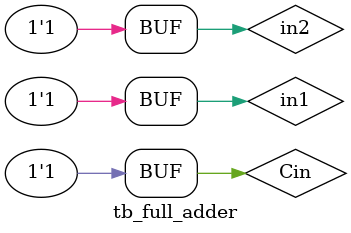
<source format=v>
`include "FA_Using_HA.v"
module tb_full_adder();
    reg in1, in2, Cin;
    wire Sum, Carry;
    
    full_adder DUT (Sum, Carry, in1, in2, Cin);
    
    initial begin
        #5;
        in1 = 0; in2 = 0; Cin = 0;
        #5;
        in1 = 0; in2 = 0; Cin = 1;
        #5;
        in1 = 0; in2 = 1; Cin = 0;
        #5;
        in1 = 0; in2 = 1; Cin = 1;
        #5;
        in1 = 1; in2 = 0; Cin = 0;
        #5;
        in1 = 1; in2 = 0; Cin = 1;
        #5;
        in1 = 1; in2 = 1; Cin = 0;
        #5;
        in1 = 1; in2 = 1; Cin = 1;
        #5;
    end
    
    always @(*) begin
        $display("Sum = %0d, Carry = %0d", Sum, Carry);
    end
endmodule

</source>
